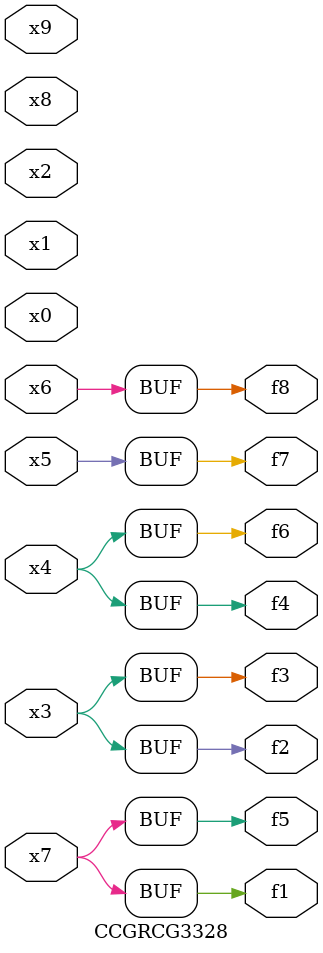
<source format=v>
module CCGRCG3328(
	input x0, x1, x2, x3, x4, x5, x6, x7, x8, x9,
	output f1, f2, f3, f4, f5, f6, f7, f8
);
	assign f1 = x7;
	assign f2 = x3;
	assign f3 = x3;
	assign f4 = x4;
	assign f5 = x7;
	assign f6 = x4;
	assign f7 = x5;
	assign f8 = x6;
endmodule

</source>
